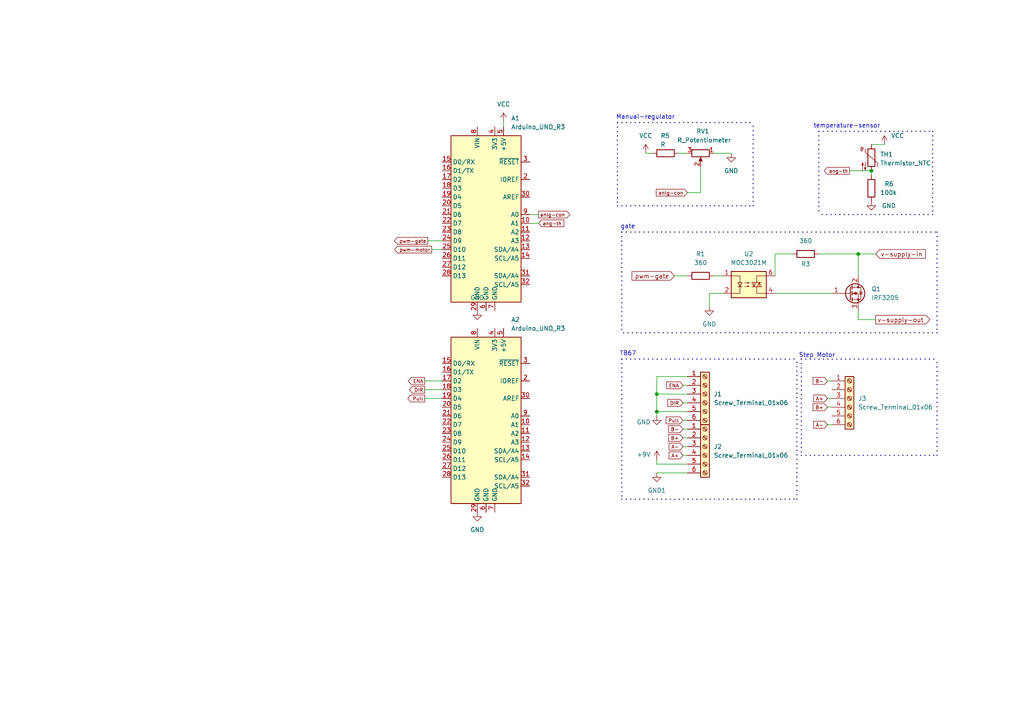
<source format=kicad_sch>
(kicad_sch (version 20231120) (generator "eeschema") (generator_version "8.0")
  (paper "A4")
  (lib_symbols
    (symbol "Connector:Screw_Terminal_01x06" (pin_names (offset 1.016) hide)
      (property "Reference" "J" (at 0 7.62 0))
      (property "Value" "Screw_Terminal_01x06" (at 0 -10.16 0))
      (symbol "Screw_Terminal_01x06_1_1"
        (rectangle (start -1.27 6.35) (end 1.27 -8.89) (stroke (width 0.254)) (fill (type background)))
        (circle (center 0 -7.62) (radius 0.635) (stroke (width 0.1524)))
        (circle (center 0 -5.08) (radius 0.635) (stroke (width 0.1524)))
        (circle (center 0 -2.54) (radius 0.635) (stroke (width 0.1524)))
        (polyline (pts (xy -0.5334 -7.2898) (xy 0.3302 -8.128)) (stroke (width 0.1524)))
        (polyline (pts (xy -0.5334 -4.7498) (xy 0.3302 -5.588)) (stroke (width 0.1524)))
        (polyline (pts (xy -0.5334 -2.2098) (xy 0.3302 -3.048)) (stroke (width 0.1524)))
        (polyline (pts (xy -0.5334 0.3302) (xy 0.3302 -0.508)) (stroke (width 0.1524)))
        (polyline (pts (xy -0.5334 2.8702) (xy 0.3302 2.032)) (stroke (width 0.1524)))
        (polyline (pts (xy -0.5334 5.4102) (xy 0.3302 4.572)) (stroke (width 0.1524)))
        (polyline (pts (xy -0.3556 -7.112) (xy 0.508 -7.9502)) (stroke (width 0.1524)))
        (polyline (pts (xy -0.3556 -4.572) (xy 0.508 -5.4102)) (stroke (width 0.1524)))
        (polyline (pts (xy -0.3556 -2.032) (xy 0.508 -2.8702)) (stroke (width 0.1524)))
        (polyline (pts (xy -0.3556 0.508) (xy 0.508 -0.3302)) (stroke (width 0.1524)))
        (polyline (pts (xy -0.3556 3.048) (xy 0.508 2.2098)) (stroke (width 0.1524)))
        (polyline (pts (xy -0.3556 5.588) (xy 0.508 4.7498)) (stroke (width 0.1524)))
        (circle (center 0 0) (radius 0.635) (stroke (width 0.1524)))
        (circle (center 0 2.54) (radius 0.635) (stroke (width 0.1524)))
        (circle (center 0 5.08) (radius 0.635) (stroke (width 0.1524)))
        (pin passive line (at -5.08 5.08 0) (length 3.81) (name "Pin_1") (number "1"))
        (pin passive line (at -5.08 2.54 0) (length 3.81) (name "Pin_2") (number "2"))
        (pin passive line (at -5.08 0 0) (length 3.81) (name "Pin_3") (number "3"))
        (pin passive line (at -5.08 -2.54 0) (length 3.81) (name "Pin_4") (number "4"))
        (pin passive line (at -5.08 -5.08 0) (length 3.81) (name "Pin_5") (number "5"))
        (pin passive line (at -5.08 -7.62 0) (length 3.81) (name "Pin_6") (number "6"))
      )
    )
    (symbol "Device:R" (pin_numbers hide) (pin_names (offset 0))
      (property "Reference" "R" (at 2.032 0 90))
      (property "Value" "R" (at 0 0 90))
      (symbol "R_0_1"
        (rectangle (start -1.016 -2.54) (end 1.016 2.54) (stroke (width 0.254)))
      )
      (symbol "R_1_1"
        (pin passive line (at 0 3.81 270) (length 1.27) (name "~") (number "1"))
        (pin passive line (at 0 -3.81 90) (length 1.27) (name "~") (number "2"))
      )
    )
    (symbol "Device:R_Potentiometer" (pin_names (offset 1.016) hide)
      (property "Reference" "RV" (at -4.445 0 90))
      (property "Value" "R_Potentiometer" (at -2.54 0 90))
      (symbol "R_Potentiometer_0_1"
        (polyline (pts (xy 2.54 0) (xy 1.524 0)))
        (polyline (pts (xy 1.143 0) (xy 2.286 0.508) (xy 2.286 -0.508) (xy 1.143 0)) (fill (type outline)))
        (rectangle (start 1.016 2.54) (end -1.016 -2.54) (stroke (width 0.254)))
      )
      (symbol "R_Potentiometer_1_1"
        (pin passive line (at 0 3.81 270) (length 1.27) (name "1") (number "1"))
        (pin passive line (at 3.81 0 180) (length 1.27) (name "2") (number "2"))
        (pin passive line (at 0 -3.81 90) (length 1.27) (name "3") (number "3"))
      )
    )
    (symbol "Device:Thermistor_NTC" (pin_numbers hide) (pin_names (offset 0))
      (property "Reference" "TH" (at -4.445 0 90))
      (property "Value" "Thermistor_NTC" (at 3.175 0 90))
      (symbol "Thermistor_NTC_0_1"
        (arc (start -3.048 2.159) (mid -3.0495 2.3143) (end -3.175 2.413))
        (arc (start -3.048 2.159) (mid -2.9736 1.9794) (end -2.794 1.905))
        (arc (start -3.048 2.794) (mid -2.9736 2.6144) (end -2.794 2.54))
        (arc (start -2.794 1.905) (mid -2.6144 1.9794) (end -2.54 2.159))
        (arc (start -2.794 2.54) (mid -2.4393 2.5587) (end -2.159 2.794))
        (arc (start -2.794 3.048) (mid -2.9736 2.9736) (end -3.048 2.794))
        (arc (start -2.54 2.794) (mid -2.6144 2.9736) (end -2.794 3.048))
        (rectangle (start -1.016 2.54) (end 1.016 -2.54) (stroke (width 0.254)))
        (polyline (pts (xy -2.54 2.159) (xy -2.54 2.794)))
        (polyline (pts (xy -1.778 2.54) (xy -1.778 1.524) (xy 1.778 -1.524) (xy 1.778 -2.54)))
        (polyline (pts (xy -2.54 -3.683) (xy -2.54 -1.397) (xy -2.794 -2.159) (xy -2.286 -2.159) (xy -2.54 -1.397) (xy -2.54 -1.651)) (fill (type outline)))
        (polyline (pts (xy -1.778 -1.397) (xy -1.778 -3.683) (xy -2.032 -2.921) (xy -1.524 -2.921) (xy -1.778 -3.683) (xy -1.778 -3.429)) (fill (type outline)))
      )
      (symbol "Thermistor_NTC_1_1"
        (pin passive line (at 0 3.81 270) (length 1.27) (name "~") (number "1"))
        (pin passive line (at 0 -3.81 90) (length 1.27) (name "~") (number "2"))
      )
    )
    (symbol "MCU_Module:Arduino_UNO_R3"
      (property "Reference" "A" (at -10.16 23.495 0))
      (property "Value" "Arduino_UNO_R3" (at 5.08 -26.67 0))
      (symbol "Arduino_UNO_R3_0_1"
        (rectangle (start -10.16 22.86) (end 10.16 -25.4) (stroke (width 0.254)) (fill (type background)))
      )
      (symbol "Arduino_UNO_R3_1_1"
        (pin no_connect line (at -10.16 -20.32 0) (length 2.54) hide (name "NC") (number "1"))
        (pin bidirectional line (at 12.7 -2.54 180) (length 2.54) (name "A1") (number "10"))
        (pin bidirectional line (at 12.7 -5.08 180) (length 2.54) (name "A2") (number "11"))
        (pin bidirectional line (at 12.7 -7.62 180) (length 2.54) (name "A3") (number "12"))
        (pin bidirectional line (at 12.7 -10.16 180) (length 2.54) (name "SDA/A4") (number "13"))
        (pin bidirectional line (at 12.7 -12.7 180) (length 2.54) (name "SCL/A5") (number "14"))
        (pin bidirectional line (at -12.7 15.24 0) (length 2.54) (name "D0/RX") (number "15"))
        (pin bidirectional line (at -12.7 12.7 0) (length 2.54) (name "D1/TX") (number "16"))
        (pin bidirectional line (at -12.7 10.16 0) (length 2.54) (name "D2") (number "17"))
        (pin bidirectional line (at -12.7 7.62 0) (length 2.54) (name "D3") (number "18"))
        (pin bidirectional line (at -12.7 5.08 0) (length 2.54) (name "D4") (number "19"))
        (pin output line (at 12.7 10.16 180) (length 2.54) (name "IOREF") (number "2"))
        (pin bidirectional line (at -12.7 2.54 0) (length 2.54) (name "D5") (number "20"))
        (pin bidirectional line (at -12.7 0 0) (length 2.54) (name "D6") (number "21"))
        (pin bidirectional line (at -12.7 -2.54 0) (length 2.54) (name "D7") (number "22"))
        (pin bidirectional line (at -12.7 -5.08 0) (length 2.54) (name "D8") (number "23"))
        (pin bidirectional line (at -12.7 -7.62 0) (length 2.54) (name "D9") (number "24"))
        (pin bidirectional line (at -12.7 -10.16 0) (length 2.54) (name "D10") (number "25"))
        (pin bidirectional line (at -12.7 -12.7 0) (length 2.54) (name "D11") (number "26"))
        (pin bidirectional line (at -12.7 -15.24 0) (length 2.54) (name "D12") (number "27"))
        (pin bidirectional line (at -12.7 -17.78 0) (length 2.54) (name "D13") (number "28"))
        (pin power_in line (at -2.54 -27.94 90) (length 2.54) (name "GND") (number "29"))
        (pin input line (at 12.7 15.24 180) (length 2.54) (name "~{RESET}") (number "3"))
        (pin input line (at 12.7 5.08 180) (length 2.54) (name "AREF") (number "30"))
        (pin bidirectional line (at 12.7 -17.78 180) (length 2.54) (name "SDA/A4") (number "31"))
        (pin bidirectional line (at 12.7 -20.32 180) (length 2.54) (name "SCL/A5") (number "32"))
        (pin power_out line (at 2.54 25.4 270) (length 2.54) (name "3V3") (number "4"))
        (pin power_out line (at 5.08 25.4 270) (length 2.54) (name "+5V") (number "5"))
        (pin power_in line (at 0 -27.94 90) (length 2.54) (name "GND") (number "6"))
        (pin power_in line (at 2.54 -27.94 90) (length 2.54) (name "GND") (number "7"))
        (pin power_in line (at -2.54 25.4 270) (length 2.54) (name "VIN") (number "8"))
        (pin bidirectional line (at 12.7 0 180) (length 2.54) (name "A0") (number "9"))
      )
    )
    (symbol "Relay_SolidState:MOC3021M"
      (property "Reference" "U" (at -5.334 4.826 0))
      (property "Value" "MOC3021M" (at 0 5.08 0))
      (symbol "MOC3021M_0_1"
        (rectangle (start -5.08 3.81) (end 5.08 -3.81) (stroke (width 0.254)) (fill (type background)))
        (polyline (pts (xy -3.175 -0.635) (xy -1.905 -0.635)))
        (polyline (pts (xy 1.524 -0.635) (xy 1.524 0.635)))
        (polyline (pts (xy 3.048 0.635) (xy 3.048 -0.635)))
        (polyline (pts (xy 2.286 -0.635) (xy 2.286 -2.54) (xy 5.08 -2.54)))
        (polyline (pts (xy 2.286 0.635) (xy 2.286 2.54) (xy 5.08 2.54)))
        (polyline (pts (xy -5.08 2.54) (xy -2.54 2.54) (xy -2.54 -2.54) (xy -5.08 -2.54)))
        (polyline (pts (xy -2.54 -0.635) (xy -3.175 0.635) (xy -1.905 0.635) (xy -2.54 -0.635)))
        (polyline (pts (xy 0.889 -0.635) (xy 3.683 -0.635) (xy 3.048 0.635) (xy 2.413 -0.635)))
        (polyline (pts (xy 3.683 0.635) (xy 0.889 0.635) (xy 1.524 -0.635) (xy 2.159 0.635)))
        (polyline (pts (xy -1.143 -0.508) (xy 0.127 -0.508) (xy -0.254 -0.635) (xy -0.254 -0.381) (xy 0.127 -0.508)))
        (polyline (pts (xy -1.143 0.508) (xy 0.127 0.508) (xy -0.254 0.381) (xy -0.254 0.635) (xy 0.127 0.508)))
      )
      (symbol "MOC3021M_1_1"
        (pin passive line (at -7.62 2.54 0) (length 2.54) (name "~") (number "1"))
        (pin passive line (at -7.62 -2.54 0) (length 2.54) (name "~") (number "2"))
        (pin no_connect line (at -5.08 0 0) (length 2.54) hide (name "NC") (number "3"))
        (pin passive line (at 7.62 -2.54 180) (length 2.54) (name "~") (number "4"))
        (pin no_connect line (at 5.08 0 180) (length 2.54) hide (name "NC") (number "5"))
        (pin passive line (at 7.62 2.54 180) (length 2.54) (name "~") (number "6"))
      )
    )
    (symbol "Transistor_FET:IRF3205" (pin_names hide)
      (property "Reference" "Q" (at 5.08 1.905 0))
      (property "Value" "IRF3205" (at 5.08 0 0))
      (symbol "IRF3205_0_1"
        (polyline (pts (xy 0.254 0) (xy -2.54 0)))
        (polyline (pts (xy 0.254 1.905) (xy 0.254 -1.905)) (stroke (width 0.254)))
        (polyline (pts (xy 0.762 -1.27) (xy 0.762 -2.286)) (stroke (width 0.254)))
        (polyline (pts (xy 0.762 0.508) (xy 0.762 -0.508)) (stroke (width 0.254)))
        (polyline (pts (xy 0.762 2.286) (xy 0.762 1.27)) (stroke (width 0.254)))
        (polyline (pts (xy 2.54 2.54) (xy 2.54 1.778)))
        (polyline (pts (xy 2.54 -2.54) (xy 2.54 0) (xy 0.762 0)))
        (polyline (pts (xy 0.762 -1.778) (xy 3.302 -1.778) (xy 3.302 1.778) (xy 0.762 1.778)))
        (polyline (pts (xy 1.016 0) (xy 2.032 0.381) (xy 2.032 -0.381) (xy 1.016 0)) (fill (type outline)))
        (polyline (pts (xy 2.794 0.508) (xy 2.921 0.381) (xy 3.683 0.381) (xy 3.81 0.254)))
        (polyline (pts (xy 3.302 0.381) (xy 2.921 -0.254) (xy 3.683 -0.254) (xy 3.302 0.381)))
        (circle (center 1.651 0) (radius 2.794) (stroke (width 0.254)))
        (circle (center 2.54 -1.778) (radius 0.254) (fill (type outline)))
        (circle (center 2.54 1.778) (radius 0.254) (fill (type outline)))
      )
      (symbol "IRF3205_1_1"
        (pin input line (at -5.08 0 0) (length 2.54) (name "G") (number "1"))
        (pin passive line (at 2.54 5.08 270) (length 2.54) (name "D") (number "2"))
        (pin passive line (at 2.54 -5.08 90) (length 2.54) (name "S") (number "3"))
      )
    )
    (symbol "power:+9V" (power) (pin_numbers hide) (pin_names (offset 0) hide)
      (property "Value" "+9V" (at 0 3.556 0))
      (symbol "+9V_0_1"
        (polyline (pts (xy -0.762 1.27) (xy 0 2.54)))
        (polyline (pts (xy 0 0) (xy 0 2.54)))
        (polyline (pts (xy 0 2.54) (xy 0.762 1.27)))
      )
      (symbol "+9V_1_1"
        (pin power_in line (at 0 0 90) (length 0) (name "~") (number "1"))
      )
    )
    (symbol "power:GND" (power) (pin_names (offset 0))
      (property "Value" "GND" (at 0 -3.81 0))
      (symbol "GND_0_1"
        (polyline (pts (xy 0 0) (xy 0 -1.27) (xy 1.27 -1.27) (xy 0 -2.54) (xy -1.27 -1.27) (xy 0 -1.27)))
      )
      (symbol "GND_1_1"
        (pin power_in line (at 0 0 270) (length 0) hide (name "GND") (number "1"))
      )
    )
    (symbol "power:GND1" (power) (pin_numbers hide) (pin_names (offset 0) hide)
      (property "Value" "GND1" (at 0 -3.81 0))
      (symbol "GND1_0_1"
        (polyline (pts (xy 0 0) (xy 0 -1.27) (xy 1.27 -1.27) (xy 0 -2.54) (xy -1.27 -1.27) (xy 0 -1.27)))
      )
      (symbol "GND1_1_1"
        (pin power_in line (at 0 0 270) (length 0) (name "~") (number "1"))
      )
    )
    (symbol "power:VCC" (power) (pin_names (offset 0))
      (property "Value" "VCC" (at 0 3.81 0))
      (symbol "VCC_0_1"
        (polyline (pts (xy -0.762 1.27) (xy 0 2.54)))
        (polyline (pts (xy 0 0) (xy 0 2.54)))
        (polyline (pts (xy 0 2.54) (xy 0.762 1.27)))
      )
      (symbol "VCC_1_1"
        (pin power_in line (at 0 0 90) (length 0) hide (name "VCC") (number "1"))
      )
    )
  )
  (junction (at 252.73 49.53))
  (junction (at 190.5 119.38))
  (junction (at 248.92 73.66))
  (junction (at 190.5 114.3))
  (bus (pts (xy 179.07 59.69) (xy 218.44 59.69)) (stroke (width 0) (type dot)))
  (wire (pts (xy 198.12 121.92) (xy 199.39 121.92)))
  (bus (pts (xy 232.41 132.08) (xy 271.78 132.08)) (stroke (width 0) (type dot)))
  (bus (pts (xy 271.78 132.08) (xy 271.78 104.14)) (stroke (width 0) (type dot)))
  (bus (pts (xy 232.41 104.14) (xy 271.78 104.14)) (stroke (width 0) (type dot)))
  (wire (pts (xy 207.01 44.45) (xy 212.09 44.45)))
  (bus (pts (xy 179.07 35.56) (xy 179.07 59.69)) (stroke (width 0) (type dot)))
  (wire (pts (xy 190.5 133.35) (xy 190.5 134.62)))
  (wire (pts (xy 198.12 127) (xy 199.39 127)))
  (wire (pts (xy 237.49 73.66) (xy 248.92 73.66)))
  (bus (pts (xy 270.51 62.23) (xy 237.49 62.23)) (stroke (width 0) (type dot)))
  (wire (pts (xy 240.03 115.57) (xy 241.3 115.57)))
  (bus (pts (xy 237.49 38.1) (xy 270.51 38.1)) (stroke (width 0) (type dot)))
  (bus (pts (xy 218.44 59.69) (xy 218.44 35.56)) (stroke (width 0) (type dot)))
  (bus (pts (xy 180.34 144.78) (xy 231.14 144.78)) (stroke (width 0) (type dot)))
  (bus (pts (xy 180.34 104.14) (xy 231.14 104.14)) (stroke (width 0) (type dot)))
  (wire (pts (xy 190.5 134.62) (xy 199.39 134.62)))
  (wire (pts (xy 123.19 113.03) (xy 128.27 113.03)))
  (wire (pts (xy 248.92 73.66) (xy 248.92 80.01)))
  (wire (pts (xy 246.38 49.53) (xy 252.73 49.53)))
  (wire (pts (xy 205.74 88.9) (xy 205.74 85.09)))
  (bus (pts (xy 237.49 38.1) (xy 237.49 62.23)) (stroke (width 0) (type dot)))
  (wire (pts (xy 190.5 137.16) (xy 199.39 137.16)))
  (wire (pts (xy 240.03 123.19) (xy 241.3 123.19)))
  (wire (pts (xy 224.79 73.66) (xy 229.87 73.66)))
  (wire (pts (xy 125.222 72.39) (xy 128.27 72.39)))
  (wire (pts (xy 205.74 85.09) (xy 209.55 85.09)))
  (wire (pts (xy 198.12 111.76) (xy 199.39 111.76)))
  (wire (pts (xy 190.5 119.38) (xy 190.5 120.65)))
  (wire (pts (xy 198.12 124.46) (xy 199.39 124.46)))
  (bus (pts (xy 179.07 35.56) (xy 218.44 35.56)) (stroke (width 0) (type dot)))
  (wire (pts (xy 123.19 115.57) (xy 128.27 115.57)))
  (bus (pts (xy 271.78 96.52) (xy 180.34 96.52)) (stroke (width 0) (type dot)))
  (wire (pts (xy 124.079 69.85) (xy 128.27 69.85)))
  (bus (pts (xy 180.34 67.31) (xy 180.34 96.52)) (stroke (width 0) (type dot)))
  (wire (pts (xy 203.2 55.88) (xy 203.2 48.26)))
  (bus (pts (xy 231.14 144.78) (xy 231.14 104.14)) (stroke (width 0) (type dot)))
  (wire (pts (xy 199.39 119.38) (xy 190.5 119.38)))
  (wire (pts (xy 146.05 35.306) (xy 146.05 36.83)))
  (bus (pts (xy 232.41 104.14) (xy 232.41 132.08)) (stroke (width 0) (type dot)))
  (bus (pts (xy 270.51 38.1) (xy 270.51 62.23)) (stroke (width 0) (type dot)))
  (wire (pts (xy 209.55 80.01) (xy 207.01 80.01)))
  (wire (pts (xy 198.12 129.54) (xy 199.39 129.54)))
  (bus (pts (xy 180.34 67.31) (xy 271.78 67.31)) (stroke (width 0) (type dot)))
  (wire (pts (xy 153.67 62.23) (xy 156.21 62.23)))
  (wire (pts (xy 224.79 73.66) (xy 224.79 80.01)))
  (wire (pts (xy 199.39 114.3) (xy 190.5 114.3)))
  (wire (pts (xy 198.12 116.84) (xy 199.39 116.84)))
  (bus (pts (xy 180.34 104.14) (xy 180.34 144.78)) (stroke (width 0) (type dot)))
  (wire (pts (xy 156.21 64.77) (xy 153.67 64.77)))
  (wire (pts (xy 198.12 132.08) (xy 199.39 132.08)))
  (wire (pts (xy 248.92 92.71) (xy 254 92.71)))
  (wire (pts (xy 123.19 110.49) (xy 128.27 110.49)))
  (wire (pts (xy 240.03 118.11) (xy 241.3 118.11)))
  (wire (pts (xy 240.03 110.49) (xy 241.3 110.49)))
  (wire (pts (xy 199.39 44.45) (xy 196.85 44.45)))
  (wire (pts (xy 248.92 73.66) (xy 254 73.66)))
  (wire (pts (xy 190.5 114.3) (xy 190.5 119.38)))
  (bus (pts (xy 271.78 67.31) (xy 271.78 96.52)) (stroke (width 0) (type dot)))
  (wire (pts (xy 199.39 55.88) (xy 203.2 55.88)))
  (wire (pts (xy 187.2996 44.45) (xy 189.23 44.45)))
  (wire (pts (xy 252.73 49.53) (xy 252.73 50.8)))
  (wire (pts (xy 199.39 109.22) (xy 190.5 109.22)))
  (wire (pts (xy 248.92 92.71) (xy 248.92 90.17)))
  (wire (pts (xy 224.79 85.09) (xy 241.3 85.09)))
  (wire (pts (xy 195.58 80.01) (xy 199.39 80.01)))
  (wire (pts (xy 190.5 109.22) (xy 190.5 114.3)))
  (wire (pts (xy 252.73 41.91) (xy 256.54 41.91)))
  (text "gate" (at 182.118 65.786 0) (effects (font (size 1.27 1.27))))
  (text "Manual-regulator" (at 187.198 34.036 0) (effects (font (size 1.27 1.27))))
  (text "temperature-sensor" (at 245.618 36.576 0) (effects (font (size 1.27 1.27))))
  (text "TB67" (at 182.118 102.616 0) (effects (font (size 1.27 1.27))))
  (text "Step Motor" (at 236.982 103.124 0) (effects (font (size 1.27 1.27))))
  (global_label "A+" (shape input) (at 240.03 115.57 180) (effects (font (size 1.016 1.016))) (property "Intersheetrefs" "${INTERSHEET_REFS}" (effects (hide yes))))
  (global_label "DIR" (shape output) (at 123.19 113.03 180) (effects (font (size 1.016 1.016))) (property "Intersheetrefs" "${INTERSHEET_REFS}" (effects (hide yes))))
  (global_label "Pull" (shape output) (at 123.19 115.57 180) (effects (font (size 1.016 1.016))) (property "Intersheetrefs" "${INTERSHEET_REFS}" (effects (hide yes))))
  (global_label "v-supply-in" (shape input) (at 254 73.66 0) (property "Intersheetrefs" "${INTERSHEET_REFS}" (effects (hide yes))))
  (global_label "B+" (shape input) (at 240.03 118.11 180) (effects (font (size 1.016 1.016))) (property "Intersheetrefs" "${INTERSHEET_REFS}" (effects (hide yes))))
  (global_label "A-" (shape input) (at 198.12 129.54 180) (effects (font (size 1.016 1.016))) (property "Intersheetrefs" "${INTERSHEET_REFS}" (effects (hide yes))))
  (global_label "anlg-con" (shape input) (at 199.39 55.88 180) (effects (font (size 1 1))) (property "Intersheetrefs" "${INTERSHEET_REFS}" (effects (hide yes))))
  (global_label "ENA" (shape output) (at 123.19 110.49 180) (effects (font (size 1.016 1.016))) (property "Intersheetrefs" "${INTERSHEET_REFS}" (effects (hide yes))))
  (global_label "B-" (shape input) (at 198.12 124.46 180) (effects (font (size 1.016 1.016))) (property "Intersheetrefs" "${INTERSHEET_REFS}" (effects (hide yes))))
  (global_label "ang-th" (shape output) (at 246.38 49.53 180) (effects (font (size 1 1))) (property "Intersheetrefs" "${INTERSHEET_REFS}" (effects (hide yes))))
  (global_label "ang-th" (shape input) (at 156.21 64.77 0) (effects (font (size 1 1))) (property "Intersheetrefs" "${INTERSHEET_REFS}" (effects (hide yes))))
  (global_label "B-" (shape input) (at 240.03 110.49 180) (effects (font (size 1.016 1.016))) (property "Intersheetrefs" "${INTERSHEET_REFS}" (effects (hide yes))))
  (global_label "pwm-gate" (shape input) (at 195.58 80.01 180) (property "Intersheetrefs" "${INTERSHEET_REFS}" (effects (hide yes))))
  (global_label "DIR" (shape input) (at 198.12 116.84 180) (effects (font (size 1.016 1.016))) (property "Intersheetrefs" "${INTERSHEET_REFS}" (effects (hide yes))))
  (global_label "pwm-motor" (shape output) (at 125.222 72.39 180) (effects (font (size 1 1))) (property "Intersheetrefs" "${INTERSHEET_REFS}" (effects (hide yes))))
  (global_label "anlg-con" (shape output) (at 156.21 62.23 0) (effects (font (size 1 1))) (property "Intersheetrefs" "${INTERSHEET_REFS}" (effects (hide yes))))
  (global_label "B+" (shape input) (at 198.12 127 180) (effects (font (size 1.016 1.016))) (property "Intersheetrefs" "${INTERSHEET_REFS}" (effects (hide yes))))
  (global_label "Pull" (shape input) (at 198.12 121.92 180) (effects (font (size 1.016 1.016))) (property "Intersheetrefs" "${INTERSHEET_REFS}" (effects (hide yes))))
  (global_label "v-supply-out" (shape output) (at 254 92.71 0) (property "Intersheetrefs" "${INTERSHEET_REFS}" (effects (hide yes))))
  (global_label "pwm-gate" (shape output) (at 124.079 69.85 180) (effects (font (size 1 1))) (property "Intersheetrefs" "${INTERSHEET_REFS}" (effects (hide yes))))
  (global_label "A-" (shape input) (at 240.03 123.19 180) (effects (font (size 1.016 1.016))) (property "Intersheetrefs" "${INTERSHEET_REFS}" (effects (hide yes))))
  (global_label "A+" (shape input) (at 198.12 132.08 180) (effects (font (size 1.016 1.016))) (property "Intersheetrefs" "${INTERSHEET_REFS}" (effects (hide yes))))
  (global_label "ENA" (shape input) (at 198.12 111.76 180) (effects (font (size 1.016 1.016))) (property "Intersheetrefs" "${INTERSHEET_REFS}" (effects (hide yes))))
  (symbol (lib_id "Connector:Screw_Terminal_01x06") (at 246.38 115.57 0) (unit 1)
    (property "Reference" "J3" (at 248.92 115.5699 0) (effects (justify left)))
    (property "Value" "Screw_Terminal_01x06" (at 248.92 118.1099 0) (effects (justify left)))
    (property "Description" "Generic screw terminal, single row, 01x06, script generated (kicad-library-utils/schlib/autogen/connector/)" (effects (hide yes)))
  )
  (symbol (lib_id "power:VCC") (at 146.05 35.306 0) (unit 1)
    (property "Reference" "#PWR03" (effects (hide yes)))
    (property "Value" "VCC" (at 146.05 30.226 0))
  )
  (symbol (lib_id "power:GND1") (at 190.5 137.16 0) (unit 1)
    (property "Reference" "#PWR011" (effects (hide yes)))
    (property "Value" "GND1" (at 190.5 142.24 0))
    (property "Description" "Power symbol creates a global label with name \"GND1\" , ground" (effects (hide yes)))
  )
  (symbol (lib_id "power:VCC") (at 256.54 41.91 0) (unit 1)
    (property "Reference" "#PWR04" (effects (hide yes)))
    (property "Value" "VCC" (at 260.35 39.37 0))
  )
  (symbol (lib_id "Device:R") (at 233.68 73.66 90) (unit 1)
    (property "Reference" "R3" (at 233.68 76.581 90))
    (property "Value" "360" (at 233.68 69.85 90))
  )
  (symbol (lib_id "Device:R") (at 203.2 80.01 90) (unit 1)
    (property "Reference" "R1" (at 203.2 73.66 90))
    (property "Value" "360" (at 203.2 76.2 90))
  )
  (symbol (lib_id "power:GND") (at 205.74 88.9 0) (unit 1)
    (property "Reference" "#PWR01" (effects (hide yes)))
    (property "Value" "GND" (at 205.74 93.98 0))
  )
  (symbol (lib_id "Connector:Screw_Terminal_01x06") (at 204.47 114.3 0) (unit 1)
    (property "Reference" "J1" (at 207.01 114.2999 0) (effects (justify left)))
    (property "Value" "Screw_Terminal_01x06" (at 207.01 116.8399 0) (effects (justify left)))
    (property "Description" "Generic screw terminal, single row, 01x06, script generated (kicad-library-utils/schlib/autogen/connector/)" (effects (hide yes)))
  )
  (symbol (lib_id "MCU_Module:Arduino_UNO_R3") (at 140.97 62.23 0) (unit 1)
    (property "Reference" "A1" (at 148.2441 34.29 0) (effects (justify left)))
    (property "Value" "Arduino_UNO_R3" (at 148.2441 36.83 0) (effects (justify left)))
    (property "Footprint" "Module:Arduino_UNO_R3" (effects (hide yes)))
    (property "Datasheet" "https://www.arduino.cc/en/Main/arduinoBoardUno" (effects (hide yes)))
  )
  (symbol (lib_id "Transistor_FET:IRF3205") (at 246.38 85.09 0) (unit 1)
    (property "Reference" "Q1" (at 252.73 83.8199 0) (effects (justify left)))
    (property "Value" "IRF3205" (at 252.73 86.3599 0) (effects (justify left)))
    (property "Footprint" "Package_TO_SOT_THT:TO-220-3_Vertical" (effects (hide yes)))
    (property "Datasheet" "http://www.irf.com/product-info/datasheets/data/irf3205.pdf" (effects (hide yes)))
    (property "Description" "110A Id, 55V Vds, Single N-Channel HEXFET Power MOSFET, 8mOhm Ron, TO-220AB" (effects (hide yes)))
  )
  (symbol (lib_id "power:GND") (at 138.43 148.59 0) (unit 1)
    (property "Reference" "#PWR06" (effects (hide yes)))
    (property "Value" "GND" (at 138.43 153.67 0))
  )
  (symbol (lib_id "Device:R") (at 252.73 54.61 0) (unit 1)
    (property "Reference" "R6" (at 256.54 53.34 0) (effects (justify left)))
    (property "Value" "100k" (at 255.27 55.88 0) (effects (justify left)))
  )
  (symbol (lib_id "power:GND") (at 252.73 58.42 0) (unit 1)
    (property "Reference" "#PWR05" (effects (hide yes)))
    (property "Value" "GND" (at 257.81 59.69 0))
  )
  (symbol (lib_id "power:VCC") (at 187.2996 44.45 0) (unit 1)
    (property "Reference" "#PWR08" (effects (hide yes)))
    (property "Value" "VCC" (at 187.2996 39.37 0))
  )
  (symbol (lib_id "power:GND") (at 138.43 90.17 0) (unit 1)
    (property "Reference" "#PWR02" (effects (hide yes)))
    (property "Value" "GND" (at 138.43 86.36 0))
  )
  (symbol (lib_id "Device:Thermistor_NTC") (at 252.73 45.72 0) (unit 1)
    (property "Reference" "TH1" (at 255.27 44.7675 0) (effects (justify left)))
    (property "Value" "Thermistor_NTC" (at 255.27 47.3075 0) (effects (justify left)))
  )
  (symbol (lib_id "power:+9V") (at 190.5 133.35 0) (unit 1)
    (property "Reference" "#PWR010" (effects (hide yes)))
    (property "Value" "+9V" (at 186.69 131.826 0))
    (property "Description" "Power symbol creates a global label with name \"+9V\"" (effects (hide yes)))
  )
  (symbol (lib_id "Relay_SolidState:MOC3021M") (at 217.17 82.55 0) (unit 1)
    (property "Reference" "U2" (at 217.17 73.66 0))
    (property "Value" "MOC3021M" (at 217.17 76.2 0))
    (property "Datasheet" "https://www.onsemi.com/pub/Collateral/MOC3023M-D.PDF" (effects (hide yes)))
  )
  (symbol (lib_id "Device:R_Potentiometer") (at 203.2 44.45 270) (unit 1)
    (property "Reference" "RV1" (at 205.74 38.1 90) (effects (justify right)))
    (property "Value" "R_Potentiometer" (at 212.09 40.64 90) (effects (justify right)))
  )
  (symbol (lib_id "Connector:Screw_Terminal_01x06") (at 204.47 129.54 0) (unit 1)
    (property "Reference" "J2" (at 207.01 129.5399 0) (effects (justify left)))
    (property "Value" "Screw_Terminal_01x06" (at 207.01 132.0799 0) (effects (justify left)))
    (property "Description" "Generic screw terminal, single row, 01x06, script generated (kicad-library-utils/schlib/autogen/connector/)" (effects (hide yes)))
  )
  (symbol (lib_id "power:GND") (at 212.09 44.45 0) (unit 1)
    (property "Reference" "#PWR07" (effects (hide yes)))
    (property "Value" "GND" (at 212.09 49.53 0))
  )
  (symbol (lib_id "power:GND") (at 190.5 120.65 0) (unit 1)
    (property "Reference" "#PWR09" (effects (hide yes)))
    (property "Value" "GND" (at 186.69 122.428 0))
  )
  (symbol (lib_id "Device:R") (at 193.04 44.45 90) (unit 1)
    (property "Reference" "R5" (at 194.31 39.37 90) (effects (justify left)))
    (property "Value" "R" (at 193.04 41.91 90) (effects (justify left)))
  )
  (symbol (lib_id "MCU_Module:Arduino_UNO_R3") (at 140.97 120.65 0) (unit 1)
    (property "Reference" "A2" (at 148.2441 92.71 0) (effects (justify left)))
    (property "Value" "Arduino_UNO_R3" (at 148.2441 95.25 0) (effects (justify left)))
    (property "Footprint" "Module:Arduino_UNO_R3" (effects (hide yes)))
    (property "Datasheet" "https://www.arduino.cc/en/Main/arduinoBoardUno" (effects (hide yes)))
  )
)
</source>
